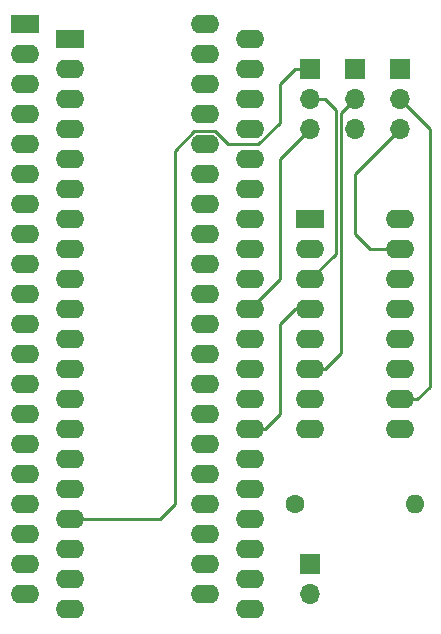
<source format=gtl>
G04 #@! TF.GenerationSoftware,KiCad,Pcbnew,(5.1.9)-1*
G04 #@! TF.CreationDate,2022-09-29T01:04:44-04:00*
G04 #@! TF.ProjectId,Cocoloca,436f636f-6c6f-4636-912e-6b696361645f,rev?*
G04 #@! TF.SameCoordinates,Original*
G04 #@! TF.FileFunction,Copper,L1,Top*
G04 #@! TF.FilePolarity,Positive*
%FSLAX46Y46*%
G04 Gerber Fmt 4.6, Leading zero omitted, Abs format (unit mm)*
G04 Created by KiCad (PCBNEW (5.1.9)-1) date 2022-09-29 01:04:44*
%MOMM*%
%LPD*%
G01*
G04 APERTURE LIST*
G04 #@! TA.AperFunction,ComponentPad*
%ADD10O,2.400000X1.600000*%
G04 #@! TD*
G04 #@! TA.AperFunction,ComponentPad*
%ADD11R,2.400000X1.600000*%
G04 #@! TD*
G04 #@! TA.AperFunction,ComponentPad*
%ADD12O,1.600000X1.600000*%
G04 #@! TD*
G04 #@! TA.AperFunction,ComponentPad*
%ADD13C,1.600000*%
G04 #@! TD*
G04 #@! TA.AperFunction,ComponentPad*
%ADD14O,1.700000X1.700000*%
G04 #@! TD*
G04 #@! TA.AperFunction,ComponentPad*
%ADD15R,1.700000X1.700000*%
G04 #@! TD*
G04 #@! TA.AperFunction,Conductor*
%ADD16C,0.250000*%
G04 #@! TD*
G04 APERTURE END LIST*
D10*
X151130000Y-96520000D03*
X143510000Y-114300000D03*
X151130000Y-99060000D03*
X143510000Y-111760000D03*
X151130000Y-101600000D03*
X143510000Y-109220000D03*
X151130000Y-104140000D03*
X143510000Y-106680000D03*
X151130000Y-106680000D03*
X143510000Y-104140000D03*
X151130000Y-109220000D03*
X143510000Y-101600000D03*
X151130000Y-111760000D03*
X143510000Y-99060000D03*
X151130000Y-114300000D03*
D11*
X143510000Y-96520000D03*
D10*
X134620000Y-80010000D03*
X119380000Y-128270000D03*
X134620000Y-82550000D03*
X119380000Y-125730000D03*
X134620000Y-85090000D03*
X119380000Y-123190000D03*
X134620000Y-87630000D03*
X119380000Y-120650000D03*
X134620000Y-90170000D03*
X119380000Y-118110000D03*
X134620000Y-92710000D03*
X119380000Y-115570000D03*
X134620000Y-95250000D03*
X119380000Y-113030000D03*
X134620000Y-97790000D03*
X119380000Y-110490000D03*
X134620000Y-100330000D03*
X119380000Y-107950000D03*
X134620000Y-102870000D03*
X119380000Y-105410000D03*
X134620000Y-105410000D03*
X119380000Y-102870000D03*
X134620000Y-107950000D03*
X119380000Y-100330000D03*
X134620000Y-110490000D03*
X119380000Y-97790000D03*
X134620000Y-113030000D03*
X119380000Y-95250000D03*
X134620000Y-115570000D03*
X119380000Y-92710000D03*
X134620000Y-118110000D03*
X119380000Y-90170000D03*
X134620000Y-120650000D03*
X119380000Y-87630000D03*
X134620000Y-123190000D03*
X119380000Y-85090000D03*
X134620000Y-125730000D03*
X119380000Y-82550000D03*
X134620000Y-128270000D03*
D11*
X119380000Y-80010000D03*
D10*
X138430000Y-81280000D03*
X123190000Y-129540000D03*
X138430000Y-83820000D03*
X123190000Y-127000000D03*
X138430000Y-86360000D03*
X123190000Y-124460000D03*
X138430000Y-88900000D03*
X123190000Y-121920000D03*
X138430000Y-91440000D03*
X123190000Y-119380000D03*
X138430000Y-93980000D03*
X123190000Y-116840000D03*
X138430000Y-96520000D03*
X123190000Y-114300000D03*
X138430000Y-99060000D03*
X123190000Y-111760000D03*
X138430000Y-101600000D03*
X123190000Y-109220000D03*
X138430000Y-104140000D03*
X123190000Y-106680000D03*
X138430000Y-106680000D03*
X123190000Y-104140000D03*
X138430000Y-109220000D03*
X123190000Y-101600000D03*
X138430000Y-111760000D03*
X123190000Y-99060000D03*
X138430000Y-114300000D03*
X123190000Y-96520000D03*
X138430000Y-116840000D03*
X123190000Y-93980000D03*
X138430000Y-119380000D03*
X123190000Y-91440000D03*
X138430000Y-121920000D03*
X123190000Y-88900000D03*
X138430000Y-124460000D03*
X123190000Y-86360000D03*
X138430000Y-127000000D03*
X123190000Y-83820000D03*
X138430000Y-129540000D03*
D11*
X123190000Y-81280000D03*
D12*
X152400000Y-120650000D03*
D13*
X142240000Y-120650000D03*
D14*
X143510000Y-128270000D03*
D15*
X143510000Y-125730000D03*
D14*
X143510000Y-88900000D03*
X143510000Y-86360000D03*
D15*
X143510000Y-83820000D03*
D14*
X147320000Y-88900000D03*
X147320000Y-86360000D03*
D15*
X147320000Y-83820000D03*
D14*
X151130000Y-88900000D03*
X151130000Y-86360000D03*
D15*
X151130000Y-83820000D03*
D16*
X123190000Y-106680000D02*
X123590000Y-106680000D01*
X151130000Y-88900000D02*
X147320000Y-92710000D01*
X147320000Y-92710000D02*
X147320000Y-97790000D01*
X148590000Y-99060000D02*
X151130000Y-99060000D01*
X147320000Y-97790000D02*
X148590000Y-99060000D01*
X138430000Y-104140000D02*
X140970000Y-101600000D01*
X140970000Y-91440000D02*
X143510000Y-88900000D01*
X140970000Y-101600000D02*
X140970000Y-91440000D01*
X151130000Y-86360000D02*
X153670000Y-88900000D01*
X152580000Y-111760000D02*
X151130000Y-111760000D01*
X153670000Y-110670000D02*
X152580000Y-111760000D01*
X153670000Y-88900000D02*
X153670000Y-110670000D01*
X143510000Y-83820000D02*
X142240000Y-83820000D01*
X142240000Y-83820000D02*
X140970000Y-85090000D01*
X135485994Y-89044990D02*
X133754006Y-89044990D01*
X136611004Y-90170000D02*
X135485994Y-89044990D01*
X139151004Y-90170000D02*
X136611004Y-90170000D01*
X140970000Y-88351004D02*
X139151004Y-90170000D01*
X133754006Y-89044990D02*
X132080000Y-90718996D01*
X140970000Y-85090000D02*
X140970000Y-88351004D01*
X132080000Y-90718996D02*
X132080000Y-120650000D01*
X130810000Y-121920000D02*
X123190000Y-121920000D01*
X132080000Y-120650000D02*
X130810000Y-121920000D01*
X146144999Y-87535001D02*
X146144999Y-107855001D01*
X147320000Y-86360000D02*
X146144999Y-87535001D01*
X144780000Y-109220000D02*
X143510000Y-109220000D01*
X146144999Y-107855001D02*
X144780000Y-109220000D01*
X143510000Y-101600000D02*
X145694989Y-99415011D01*
X145694989Y-99415011D02*
X145694989Y-87274989D01*
X144780000Y-86360000D02*
X143510000Y-86360000D01*
X145694989Y-87274989D02*
X144780000Y-86360000D01*
X138430000Y-114300000D02*
X139700000Y-114300000D01*
X139700000Y-114300000D02*
X140970000Y-113030000D01*
X140970000Y-113030000D02*
X140970000Y-105410000D01*
X142240000Y-104140000D02*
X143510000Y-104140000D01*
X140970000Y-105410000D02*
X142240000Y-104140000D01*
M02*

</source>
